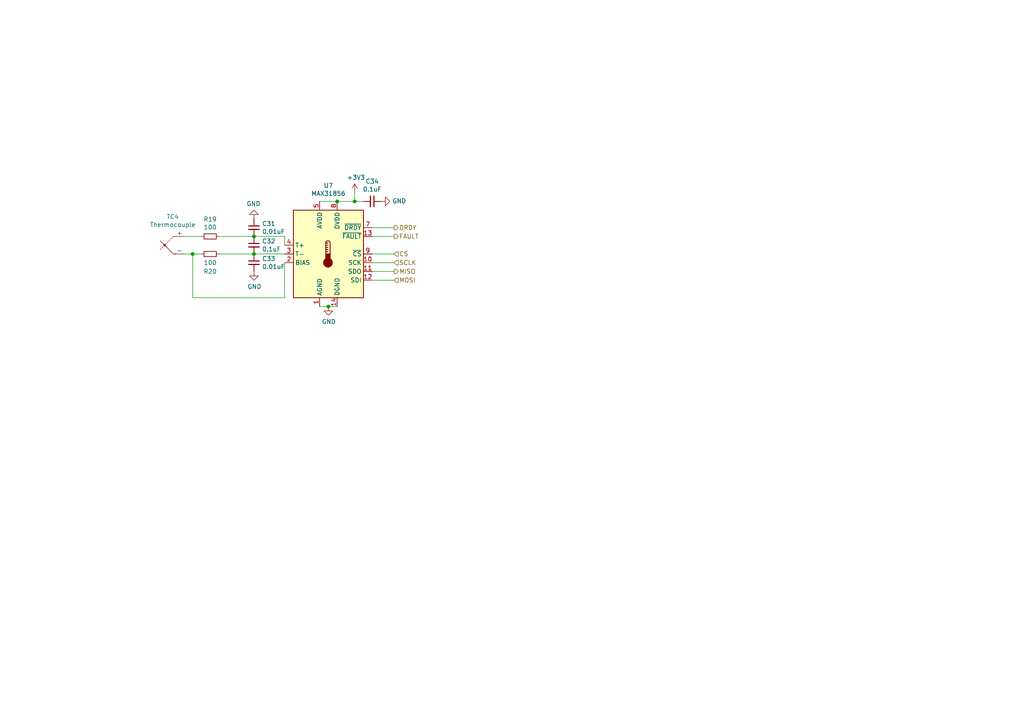
<source format=kicad_sch>
(kicad_sch (version 20211123) (generator eeschema)
  (paper "A4")
  (lib_symbols
    (symbol "Device:C_Small" (pin_numbers hide) (pin_names (offset 0.254) hide)
      (property "Reference" "C" (at 0.254 1.778 0))
      (property "Value" "C_Small" (at 0.254 -2.032 0))
      (symbol "C_Small_0_1"
        (polyline (pts (xy -1.524 -0.508) (xy 1.524 -0.508)) (stroke (width 0.3302)))
        (polyline (pts (xy -1.524 0.508) (xy 1.524 0.508)) (stroke (width 0.3048)))
      )
      (symbol "C_Small_1_1"
        (pin passive line (at 0 2.54 270) (length 2.032) (name "~") (number "1"))
        (pin passive line (at 0 -2.54 90) (length 2.032) (name "~") (number "2"))
      )
    )
    (symbol "Device:R_Small" (pin_numbers hide) (pin_names (offset 0.254) hide)
      (property "Reference" "R" (at 0.762 0.508 0))
      (property "Value" "R_Small" (at 0.762 -1.016 0))
      (symbol "R_Small_0_1"
        (rectangle (start -0.762 1.778) (end 0.762 -1.778) (stroke (width 0.2032)))
      )
      (symbol "R_Small_1_1"
        (pin passive line (at 0 2.54 270) (length 0.762) (name "~") (number "1"))
        (pin passive line (at 0 -2.54 90) (length 0.762) (name "~") (number "2"))
      )
    )
    (symbol "Device:Thermocouple" (pin_numbers hide) (pin_names (offset 0))
      (property "Reference" "TC" (at -3.048 3.81 0))
      (property "Value" "Thermocouple" (at -5.08 -4.064 0))
      (symbol "Thermocouple_0_1"
        (circle (center -3.048 0) (radius 0.254) (fill (type outline)))
        (polyline (pts (xy -4.064 -1.016) (xy -4.318 -1.27)))
        (polyline (pts (xy -3.556 -0.508) (xy -3.81 -0.762)))
        (polyline (pts (xy -3.048 0) (xy -3.302 -0.254)))
        (polyline (pts (xy -2.54 0.508) (xy -2.794 0.254)))
        (polyline (pts (xy -2.032 1.016) (xy -2.286 0.762)))
        (polyline (pts (xy -1.524 1.524) (xy -1.778 1.27)))
        (polyline (pts (xy -1.016 2.032) (xy -1.27 1.778)))
        (polyline (pts (xy -0.508 2.54) (xy -0.762 2.286)))
        (polyline (pts (xy 0 -2.54) (xy -0.254 -2.54)))
        (polyline (pts (xy 0 2.54) (xy -0.508 2.54)))
        (polyline (pts (xy 0.254 -2.54) (xy -0.508 -2.54) (xy -4.318 1.27)))
      )
      (symbol "Thermocouple_1_1"
        (pin passive line (at 2.54 2.54 180) (length 2.54) (name "+") (number "1"))
        (pin passive line (at 2.54 -2.54 180) (length 2.54) (name "-") (number "2"))
      )
    )
    (symbol "Sensor_Temperature:MAX31856"
      (property "Reference" "U" (at -7.62 13.97 0))
      (property "Value" "MAX31856" (at 13.97 13.97 0))
      (symbol "MAX31856_0_1"
        (rectangle (start -10.16 12.7) (end 10.16 -12.7) (stroke (width 0.254)) (fill (type background)))
        (circle (center -0.127 -2.54) (radius 1.27) (stroke (width 0.254)) (fill (type outline)))
        (polyline (pts (xy -0.762 0.635) (xy -0.127 0.635)) (stroke (width 0.254)))
        (polyline (pts (xy -0.762 1.27) (xy -0.127 1.27)) (stroke (width 0.254)))
        (polyline (pts (xy -0.762 1.905) (xy -0.127 1.905)) (stroke (width 0.254)))
        (polyline (pts (xy -0.762 2.54) (xy -0.127 2.54)) (stroke (width 0.254)))
        (polyline (pts (xy -0.762 3.175) (xy -0.762 0)) (stroke (width 0.254)))
        (polyline (pts (xy -0.762 3.175) (xy -0.127 3.175)) (stroke (width 0.254)))
        (polyline (pts (xy 0.508 3.175) (xy 0.508 0)) (stroke (width 0.254)))
        (rectangle (start 0.508 -1.905) (end -0.762 0) (stroke (width 0.254)) (fill (type outline)))
        (arc (start 0.508 3.175) (mid -0.127 3.81) (end -0.762 3.175) (stroke (width 0.254)))
      )
      (symbol "MAX31856_1_1"
        (pin power_in line (at -2.54 -15.24 90) (length 2.54) (name "AGND") (number "1"))
        (pin input line (at 12.7 -2.54 180) (length 2.54) (name "SCK") (number "10"))
        (pin output line (at 12.7 -5.08 180) (length 2.54) (name "SDO") (number "11"))
        (pin input line (at 12.7 -7.62 180) (length 2.54) (name "SDI") (number "12"))
        (pin output line (at 12.7 5.08 180) (length 2.54) (name "~{FAULT}") (number "13"))
        (pin power_in line (at 2.54 -15.24 90) (length 2.54) (name "DGND") (number "14"))
        (pin input line (at -12.7 -2.54 0) (length 2.54) (name "BIAS") (number "2"))
        (pin input line (at -12.7 0 0) (length 2.54) (name "T-") (number "3"))
        (pin input line (at -12.7 2.54 0) (length 2.54) (name "T+") (number "4"))
        (pin power_in line (at -2.54 15.24 270) (length 2.54) (name "AVDD") (number "5"))
        (pin no_connect line (at -10.16 -7.62 0) (length 2.54) hide (name "DNC") (number "6"))
        (pin output line (at 12.7 7.62 180) (length 2.54) (name "~{DRDY}") (number "7"))
        (pin power_in line (at 2.54 15.24 270) (length 2.54) (name "DVDD") (number "8"))
        (pin input line (at 12.7 0 180) (length 2.54) (name "~{CS}") (number "9"))
      )
    )
    (symbol "analogue-cache:+3.3V" (power) (pin_names (offset 0))
      (property "Value" "+3.3V" (at 0 3.556 0))
      (symbol "+3.3V_0_1"
        (polyline (pts (xy -0.762 1.27) (xy 0 2.54)))
        (polyline (pts (xy 0 0) (xy 0 2.54)))
        (polyline (pts (xy 0 2.54) (xy 0.762 1.27)))
      )
      (symbol "+3.3V_1_1"
        (pin power_in line (at 0 0 90) (length 0) hide (name "+3V3") (number "1"))
      )
    )
    (symbol "power:GND" (power) (pin_names (offset 0))
      (property "Value" "GND" (at 0 -3.81 0))
      (symbol "GND_0_1"
        (polyline (pts (xy 0 0) (xy 0 -1.27) (xy 1.27 -1.27) (xy 0 -2.54) (xy -1.27 -1.27) (xy 0 -1.27)))
      )
      (symbol "GND_1_1"
        (pin power_in line (at 0 0 270) (length 0) hide (name "GND") (number "1"))
      )
    )
  )
  (junction (at 97.79 58.42))
  (junction (at 73.66 73.66))
  (junction (at 55.88 73.66))
  (junction (at 95.25 88.9))
  (junction (at 73.66 68.58))
  (junction (at 102.87 58.42))
  (wire (pts (xy 55.88 73.66) (xy 58.42 73.66)))
  (wire (pts (xy 73.66 73.66) (xy 82.55 73.66)))
  (wire (pts (xy 73.66 68.58) (xy 82.55 68.58)))
  (wire (pts (xy 53.34 73.66) (xy 55.88 73.66)))
  (wire (pts (xy 97.79 88.9) (xy 95.25 88.9)))
  (wire (pts (xy 63.5 73.66) (xy 73.66 73.66)))
  (wire (pts (xy 97.79 58.42) (xy 102.87 58.42)))
  (wire (pts (xy 114.3 78.74) (xy 107.95 78.74)))
  (wire (pts (xy 102.87 55.88) (xy 102.87 58.42)))
  (wire (pts (xy 114.3 81.28) (xy 107.95 81.28)))
  (wire (pts (xy 55.88 86.36) (xy 55.88 73.66)))
  (wire (pts (xy 82.55 76.2) (xy 82.55 86.36)))
  (wire (pts (xy 102.87 58.42) (xy 105.41 58.42)))
  (wire (pts (xy 58.42 68.58) (xy 53.34 68.58)))
  (wire (pts (xy 63.5 68.58) (xy 73.66 68.58)))
  (wire (pts (xy 107.95 68.58) (xy 114.3 68.58)))
  (wire (pts (xy 82.55 68.58) (xy 82.55 71.12)))
  (wire (pts (xy 82.55 86.36) (xy 55.88 86.36)))
  (wire (pts (xy 92.71 58.42) (xy 97.79 58.42)))
  (wire (pts (xy 114.3 73.66) (xy 107.95 73.66)))
  (wire (pts (xy 107.95 76.2) (xy 114.3 76.2)))
  (wire (pts (xy 114.3 66.04) (xy 107.95 66.04)))
  (wire (pts (xy 92.71 88.9) (xy 95.25 88.9)))
  (hierarchical_label "MOSI" (shape input) (at 114.3 81.28 0))
  (hierarchical_label "MISO" (shape output) (at 114.3 78.74 0))
  (hierarchical_label "FAULT" (shape output) (at 114.3 68.58 0))
  (hierarchical_label "CS" (shape input) (at 114.3 73.66 0))
  (hierarchical_label "DRDY" (shape output) (at 114.3 66.04 0))
  (hierarchical_label "SCLK" (shape input) (at 114.3 76.2 0))
  (symbol (lib_id "Sensor_Temperature:MAX31856") (at 95.25 73.66 0)
    (property "Reference" "U7" (at 95.25 53.8226 0))
    (property "Value" "MAX31856" (at 95.25 56.134 0))
    (property "Footprint" "Package_SO:TSSOP-14_4.4x5mm_P0.65mm" (effects hide))
    (property "Datasheet" "https://datasheets.maximintegrated.com/en/ds/MAX31856.pdf" (effects hide))
  )
  (symbol (lib_id "power:GND") (at 95.25 88.9 0)
    (property "Reference" "#PWR053" (effects hide))
    (property "Value" "GND" (at 95.377 93.2942 0))
  )
  (symbol (lib_id "analogue-cache:+3.3V") (at 102.87 55.88 0)
    (property "Reference" "#PWR054" (effects hide))
    (property "Value" "+3.3V" (at 103.251 51.4858 0))
  )
  (symbol (lib_id "Device:C_Small") (at 107.95 58.42 270)
    (property "Reference" "C34" (at 107.95 52.6034 90))
    (property "Value" "0.1uF" (at 107.95 54.9148 90))
    (property "Footprint" "Capacitor_SMD:C_0603_1608Metric" (effects hide))
  )
  (symbol (lib_id "power:GND") (at 110.49 58.42 90)
    (property "Reference" "#PWR055" (effects hide))
    (property "Value" "GND" (at 113.7412 58.293 90) (effects (justify right)))
  )
  (symbol (lib_id "Device:Thermocouple") (at 50.8 71.12 0)
    (property "Reference" "TC4" (at 50.1142 62.865 0))
    (property "Value" "Thermocouple" (at 50.1142 65.1764 0))
    (property "Footprint" "TerminalBlock_TE-Connectivity:TerminalBlock_TE_282834-2_1x02_P2.54mm_Horizontal" (effects hide))
  )
  (symbol (lib_id "Device:R_Small") (at 60.96 68.58 270)
    (property "Reference" "R19" (at 60.96 63.6016 90))
    (property "Value" "100" (at 60.96 65.913 90))
    (property "Footprint" "Resistor_SMD:R_0603_1608Metric" (effects hide))
  )
  (symbol (lib_id "Device:R_Small") (at 60.96 73.66 90)
    (property "Reference" "R20" (at 60.96 78.74 90))
    (property "Value" "100" (at 60.96 76.2 90))
    (property "Footprint" "Resistor_SMD:R_0603_1608Metric" (effects hide))
  )
  (symbol (lib_id "Device:C_Small") (at 73.66 71.12 0)
    (property "Reference" "C32" (at 75.9968 69.9516 0) (effects (justify left)))
    (property "Value" "0.1uF" (at 75.9968 72.263 0) (effects (justify left)))
    (property "Footprint" "Capacitor_SMD:C_0603_1608Metric" (effects hide))
  )
  (symbol (lib_id "Device:C_Small") (at 73.66 66.04 0)
    (property "Reference" "C31" (at 75.9968 64.8716 0) (effects (justify left)))
    (property "Value" "0.01uF" (at 75.9968 67.183 0) (effects (justify left)))
    (property "Footprint" "Capacitor_SMD:C_0603_1608Metric" (effects hide))
  )
  (symbol (lib_id "Device:C_Small") (at 73.66 76.2 0)
    (property "Reference" "C33" (at 75.9968 75.0316 0) (effects (justify left)))
    (property "Value" "0.01uF" (at 75.9968 77.343 0) (effects (justify left)))
    (property "Footprint" "Capacitor_SMD:C_0603_1608Metric" (effects hide))
  )
  (symbol (lib_id "power:GND") (at 73.66 78.74 0)
    (property "Reference" "#PWR052" (effects hide))
    (property "Value" "GND" (at 73.787 83.1342 0))
  )
  (symbol (lib_id "power:GND") (at 73.66 63.5 180)
    (property "Reference" "#PWR051" (effects hide))
    (property "Value" "GND" (at 73.533 59.1058 0))
  )
)
</source>
